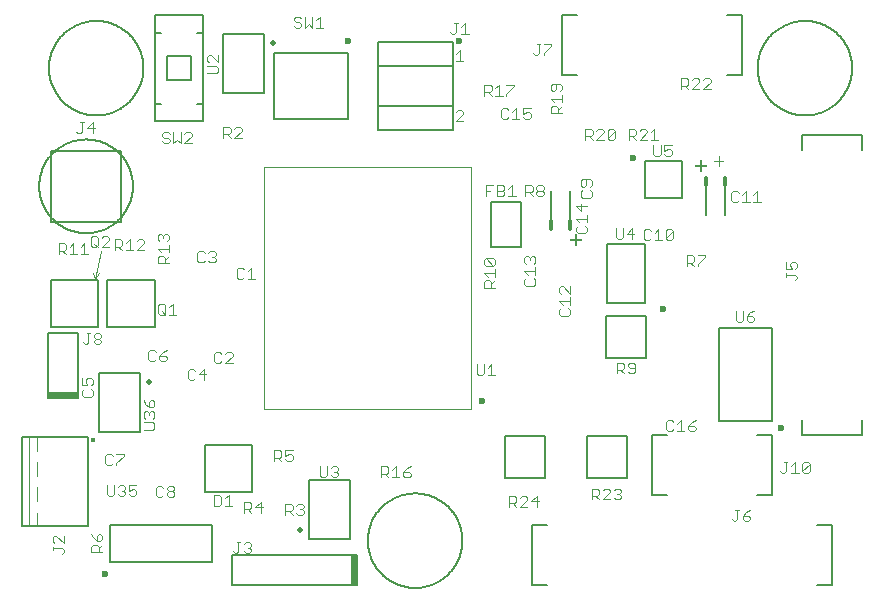
<source format=gto>
G04 Output by ViewMate Deluxe V11.12.18  PentaLogix*
G04 Wed Mar 06 15:41:31 2019*
%IPPOS*%
%FSLAX25Y25*%
%MOIN*%
%ADD10C,0.00394*%
%ADD11C,0.004*%
%ADD12C,0.003*%
%ADD13C,0.005*%
%ADD14R,0.00787X0.03937*%
%ADD15R,0.03937X0.00787*%
%ADD16C,0.012*%
%ADD17C,0.02362*%
%ADD18C,0.00197*%
%ADD19C,0.01575*%
%ADD20C,0.01969*%

%LPD*%
X0Y0D2*D10*G1X46156Y118544D2*X44281Y109169D1*X45531Y111044*X44281Y109169D2*X43656Y111044D1*X100457Y65690D2*Y146398D1*X169355*Y65690*X100457*D11*X81634Y177711D2*X84637D1*X85238Y178311*Y179512*X84637Y180113*X81634*X82235Y181394D2*X81634Y181995D1*Y183196*X82235Y183796*X82835*X85238Y181394*Y183796*X190240Y184595D2*X190840Y183994D1*X191441*X192041Y184595*X196325Y186997D2*Y187597D1*X193923*X191441D2*X192642D1*X192041Y184595D2*Y187597D1*X193923Y183994D2*Y184595D1*X196325Y186997*X250502Y148546D2*X253571D1*X252037Y147011D2*Y150081D1*X274603Y114896D2*Y112494D1*X276404*X275804Y113695*Y114296*X276404Y114896*X277606*X278206Y114296*Y113095*X277606Y112494*Y108811D2*X278206Y109411D1*Y110012*X277606Y110612*X274603*Y110012D2*Y111213D1*X219917Y78947D2*X220518Y79548D1*Y80749*X219917Y81349*X218116*Y77746*X219917Y78947D2*X218116D1*X220518Y77746D2*X219317Y78947D1*X221799Y78347D2*X222399Y77746D1*X223600*X224201Y78347*Y79548D2*X222399D1*X221799Y80148*Y80749*X222399Y81349*X223600*X224201Y80749*Y78347*X273207Y44494D2*X272606Y45095D1*X282374Y47497D2*X281774Y48097D1*X280573*X279972Y47497*Y45095*X280573Y44494*X281774*X282374Y45095*Y47497*X279972Y45095*X276289Y44494D2*X278691D1*X277490D2*Y48097D1*X276289Y46896*X275008Y48097D2*X273807D1*X274408D2*Y45095D1*X273807Y44494*X273207*X262508Y32097D2*X261307Y31497D1*X260106Y30296*Y29095*X260707Y28494*X261908*X262508Y29095*Y29695*X261908Y30296*X260106*X257624Y32097D2*X258825D1*X258224D2*Y29095D1*X257624Y28494*X257023*X256423Y29095*X218331Y37544D2*X218931D1*X215849Y35742D2*X213447D1*X217130Y36343D2*X217730Y35742D1*X218931*X219532Y36343*Y36943*X218931Y37544*X219532Y38144*Y38745*X218931Y39345*X217730*X217130Y38745*X213447D2*X214047Y39345D1*X215248*X215849Y38745*Y38144*X213447Y35742*X210964Y36943D2*X212165Y35742D1*X209763D2*Y39345D1*X211565*X212165Y38745*Y37544*X211565Y36943*X209763*X189630Y35044D2*X191431Y36845D1*Y33242*X189630Y35044D2*X192032D1*X185947Y33242D2*X188349D1*X185947Y36245D2*X186547Y36845D1*X187748*X188349Y36245*Y35644*X185947Y33242*X183464Y34443D2*X184665Y33242D1*X182263Y36845D2*X184065D1*X184665Y36245*Y35044*X184065Y34443*X182263*Y36845D2*Y33242D1*X123957Y45014D2*X124558D1*X122756Y43813D2*X123357Y43213D1*X124558*X125158Y43813*Y44414*X124558Y45014*X125158Y45615*Y46215*X124558Y46816*X123357*X122756Y46215*X121475Y46816D2*Y43813D1*X120874Y43213*X119673*X119073Y43813*Y46816*X60384Y58994D2*X63387D1*X63988Y59595*Y60796*X63387Y61396*X62186Y63879D2*Y64479D1*X62787Y65080D2*X62186Y64479D1*X61585Y65080*X60985*X60384Y64479*Y63278*X60985Y62678*X63387Y61396D2*X60384D1*X63387Y62678D2*X63988Y63278D1*Y64479*X63387Y65080*X62787*X62186Y66361D2*X63387D1*X63988Y66961*Y68162*X63387Y68763*X62787*X62186Y68162*Y66361*X60985Y67562*X60384Y68763*D12*X242607Y114678D2*X243842Y113444D1*Y116530D2*Y115296D1*X243224Y114678*X241373*Y113444D2*Y117147D1*X243224*X243842Y116530*X245056Y117147D2*X247525D1*Y116530*X245056Y114061*Y113444*X258383Y94959D2*X257766Y95576D1*Y98662*X263918D2*X262683Y98045D1*X261449Y96810*X263300*X263918Y96193*Y95576*X263300Y94959*X262066*X261449Y95576*Y96810*X260234Y98662D2*Y95576D1*X259617Y94959*X258383*X244366Y62147D2*X243132Y61530D1*X241898Y60296*Y59061D2*Y60296D1*X243749*X244366Y59678*Y59061*X243749Y58444*X242515*X241898Y59061*X234531D2*Y61530D1*X235148Y62147*X236383*X237000Y61530*X238214Y60913D2*X239449Y62147D1*Y58444*X238214D2*X240683D1*X237000Y59061D2*X236383Y58444D1*X235148*X234531Y59061*X90123Y18436D2*X90740Y17819D1*X91357*X91974Y18436*Y21522*X92592D2*X91357D1*X93806Y20905D2*X94423Y21522D1*X95658*X95040Y19671D2*X95658D1*X93806Y18436D2*X94423Y17819D1*X95658*X96275Y18436*Y19053*X95658Y19671*X96275Y20288*Y20905*X95658Y21522*X110025Y52147D2*X107556D1*Y50296*X108790Y50913*X109408*X110025Y50296*Y49061*X109408Y48444*X108173*X107556Y49061*X105107Y49678D2*X106342Y48444D1*X103873Y49678D2*X105724D1*X106342Y50296*Y51530*X105724Y52147*X103873*Y48444*X86278Y36688D2*X85660Y37305D1*X83809*Y33602*X85660*X86278Y34219*Y36688*X87492Y36070D2*X88726Y37305D1*Y33602*X89961D2*X87492D1*X95724Y32428D2*X96342Y33046D1*Y34280*X95724Y34897*X93873*Y31194*X95724Y32428D2*X93873D1*X96342Y31194D2*X95107Y32428D1*X99408Y31194D2*Y34897D1*X97556Y33046*X100025*X113158Y32421D2*X112540D1*X113775Y33655D2*X113158Y34272D1*X111923*X111306Y33655*X109474Y31803D2*X110092Y32421D1*Y33655*X109474Y34272*X107623*Y30569*X109474Y31803D2*X107623D1*X110092Y30569D2*X108857Y31803D1*X111306Y31186D2*X111923Y30569D1*X113158*X113775Y31186*Y31803*X113158Y32421*X113775Y33038*Y33655*X144449Y43069D2*Y46772D1*X143214Y45538*X141383Y44303D2*X142000Y44921D1*Y46155*X141383Y46772*X139531*Y43069*X141383Y44303D2*X139531D1*X142000Y43069D2*X140766Y44303D1*X145683Y43069D2*X143214D1*X146898Y44921D2*Y43686D1*X147515Y43069*X148749*X149366Y43686*Y44303*X148749Y44921*X146898*X148132Y46155*X149366Y46772*X171373Y80897D2*Y77811D1*X171990Y77194*X173224*X173842Y77811*Y80897*X175056Y79663D2*X176290Y80897D1*X175056Y77194D2*X177525D1*X176290Y80897D2*Y77194D1*X201889Y99388D2*X202506Y98771D1*Y97537*X201889Y96919*X199420*X198803Y97537*Y98771*X199420Y99388*X200037Y100603D2*X198803Y101837D1*X202506*Y103071D2*Y100603D1*Y106754D2*Y104286D1*X200037Y106754*X199420*X198803Y106137*X199420Y104286D2*X198803Y104903D1*Y106137*X190389Y109388D2*X191006Y108771D1*Y107537*X190389Y106919*X187920*X187303Y107537*Y108771*X187920Y109388*X187303Y111837D2*X188537Y110603D1*X187920Y114286D2*X187303Y114903D1*Y116137*X187920Y116754*X188537*X189154Y116137*Y115520D2*Y116137D1*X189772Y116754*X190389*X191006Y116137*Y114903*X190389Y114286*X191006Y110603D2*Y113071D1*X187303Y111837D2*X191006D1*X177506Y111212D2*X173803D1*X175037Y109978*X176272Y108146D2*X175654Y108763D1*X174420*X173803Y108146*Y106294*X177506*X176272Y108146D2*Y106294D1*X177506Y108763D2*X176272Y107529D1*X177506Y112446D2*Y109978D1*X176889Y113661D2*X174420D1*X173803Y114278*Y115512*X174420Y116129*X176889*X177506Y115512*Y114278*X176889Y113661*X174420Y116129*X166933Y161694D2*X164464D1*X166933Y164163*Y164780*X164464D2*X165082Y165397D1*X166316*X166933Y164780*X245683Y172444D2*X243214D1*X249366D2*X246898D1*X249366Y174913*Y175530*X248749Y176147*X247515*X246898Y175530*X243214D2*X243832Y176147D1*X245066*X245683Y175530*Y174913*X243214Y172444*X240766Y173678D2*X242000Y172444D1*X239531Y173678D2*X241383D1*X242000Y174296*Y175530*X241383Y176147*X239531*Y172444*X208891Y156803D2*X210125Y155569D1*X174531Y138671D2*X175766D1*X174531Y136819D2*Y140522D1*X177000*X178214D2*X180066D1*X180683Y139905*Y139288*X180066Y138671D2*X180683Y138053D1*Y137436*X180066Y136819*X178214*Y140522*Y138671D2*X180066D1*X180683Y139288*X181898D2*X183132Y140522D1*Y136819*X184366D2*X181898D1*X188857Y138053D2*X190092Y136819D1*Y138671D2*X189474Y138053D1*X187623*Y136819D2*Y140522D1*X189474*X190092Y139905*Y138671*X191923D2*X191306Y139288D1*Y139905*X191923Y140522*X193158*X193775Y139905*Y139288*X193158Y138671*X193775Y137436D2*Y138053D1*X193158Y138671*X191923*X191306Y138053*Y137436*X191923Y136819*X193158*X193775Y137436*X208131Y125037D2*Y126271D1*X207514Y126888*X206670Y136261D2*X206053Y136878D1*Y138113*X206670Y138730*X207904Y142413D2*Y140561D1*X207287Y139944*X206670*X206053Y140561*Y141796*X206670Y142413*X209139*X209756Y141796*Y140561*X209139Y139944*Y138730D2*X209756Y138113D1*Y136878*X209139Y136261*X206670*X206279Y131786D2*X204428Y133637D1*X208131*X206279Y131786D2*Y134254D1*X208131Y128103D2*Y130571D1*Y129337D2*X204428D1*X205662Y128103*X205045Y126888D2*X204428Y126271D1*Y125037*X205045Y124419*X207514*X208131Y125037*X220249Y123076D2*X219632Y122459D1*X218398*X217780Y123076*Y126162*X220249Y123076D2*Y126162D1*X223315Y122459D2*Y126162D1*X221464Y124310*X223932*X229500Y122811D2*X228883Y122194D1*X227648*X227031Y122811*Y125280*X227648Y125897*X228883*X229500Y125280*X230714Y124663D2*X231949Y125897D1*Y122194*X233183D2*X230714D1*X234398Y122811D2*Y125280D1*X235015Y125897*X236249*X236866Y125280*Y122811*X236249Y122194*X235015*X234398Y122811*X236866Y125280*X256306Y137905D2*X256923Y138522D1*X258158*X258775Y137905*X259989Y137288D2*X261224Y138522D1*Y134819*X263672Y137288D2*X264907Y138522D1*Y134819*X263672D2*X266141D1*X259989D2*X262458D1*X258775Y135436D2*X258158Y134819D1*X256923*X256306Y135436*Y137905*X233954Y153820D2*X236422D1*X233954Y150734D2*X234571Y150116D1*X235805*X236422Y150734*Y151968*X235805Y152585*X235188*X233954Y151968*Y153820*X232739D2*Y150734D1*X232122Y150116*X230888*X230271Y150734*Y153820*X224500Y155569D2*X223266Y156803D1*X229398Y158038D2*X230632Y159272D1*Y155569*X229398D2*X231866D1*X228183D2*X225714D1*X228183Y158038*Y158655*X227566Y159272*X226332*X225714Y158655*X222031Y159272D2*X223883D1*X224500Y158655*Y157421*X223883Y156803*X222031*Y159272D2*Y155569D1*X217491Y158655D2*X216874Y159272D1*X215640*X215023Y158655*Y156186*X215640Y155569*X216874*X217491Y156186*Y158655*X215023Y156186*X213808Y155569D2*X211339D1*X213808Y158038*Y158655*X213191Y159272*X211957*X211339Y158655*X207656Y155569D2*Y159272D1*Y156803D2*X209508D1*X210125Y157421*Y158655*X209508Y159272*X207656*X199756Y166888D2*X198522Y165654D1*X197904Y174254D2*Y172403D1*X197287Y171786*X196670*X196053Y172403*Y173637*X196670Y174254*X199139*X199756Y173637*Y172403*X199139Y171786*X199756Y168103D2*Y170571D1*Y169337D2*X196053D1*X197287Y168103*X196053Y166271D2*X196670Y166888D1*X197904*X198522Y166271*Y164419*X199756D2*X196053D1*Y166271*X186898Y166147D2*X189366D1*X186898Y163061D2*X187515Y162444D1*X188749*X189366Y163061*Y164296*X188749Y164913*X188132*X186898Y164296*Y166147*X180148D2*X181383D1*X182000Y165530*X183214Y164913D2*X184449Y166147D1*Y162444*X183214D2*X185683D1*X182000Y163061D2*X181383Y162444D1*X180148*X179531Y163061*Y165530*X180148Y166147*X177589Y172788D2*X178824Y174022D1*Y170319*X181273Y174022D2*X183741D1*Y173405*X181273Y170936*Y170319*X177589D2*X180058D1*X175141Y171553D2*X176375Y170319D1*X173906D2*Y174022D1*Y171553D2*X175758D1*X176375Y172171*Y173405*X175758Y174022*X173906*X164464Y184163D2*X165699Y185397D1*X166933Y181694D2*X164464D1*X165699Y185397D2*Y181694D1*X166306Y190801D2*X168775D1*X167540D2*Y194505D1*X166306Y193270*X163857Y194505D2*X165092D1*X164474D2*Y191419D1*X163857Y190801*X163240*X162623Y191419*X120321Y192947D2*X117852D1*X119087D2*Y196650D1*X117852Y195416*X116638Y196650D2*Y192947D1*X115404Y194181*X114169Y192947*Y196650*X112955Y196033D2*X112338Y196650D1*X111103*X110486Y196033*Y195416*X111103Y194799*X112338*X112955Y194181*Y193564*X112338Y192947*X111103*X110486Y193564*X37967Y158317D2*X38585Y157700D1*X39202*X39819Y158317*X39202Y161403D2*X40436D1*X39819Y158317D2*Y161403D1*X43502Y157700D2*Y161403D1*X41651Y159552*X44119*X90681Y156194D2*X93150D1*X90681Y159280D2*X91298Y159897D1*X92533*X93150Y159280*Y158663*X90681Y156194*X88232Y157428D2*X89467Y156194D1*X86998Y157428D2*X88849D1*X89467Y158046*Y159280*X88849Y159897*X86998*Y156194*X76394Y154452D2*X73925D1*X76394Y156921*Y157538*X75777Y158155*X74542*X73925Y157538*X72711Y158155D2*Y154452D1*X71476Y155686*X70242Y154452*Y158155*X69028Y157538D2*X68410Y158155D1*X67176*X66559Y157538*Y156921*X67176Y156304*X68410*X69028Y155686*Y155069*X68410Y154452*X67176*X66559Y155069*X65670Y121786D2*X65053Y122403D1*X66904Y123020D2*Y123637D1*X68139Y121786D2*X68756Y122403D1*Y123637*X68139Y124254*X67522*X66904Y123637*X66287Y124254*X65670*X65053Y123637*Y122403*X40632Y117444D2*Y121147D1*X39398Y119913*X36949Y117444D2*Y121147D1*X35714Y119913*X33883Y118678D2*X34500Y119296D1*Y120530*X33883Y121147*X32031*Y117444*X33883Y118678D2*X32031D1*X34500Y117444D2*X33266Y118678D1*X38183Y117444D2*X35714D1*X41866D2*X39398D1*X48839Y119787D2*X46370D1*X48839Y122255*X43921Y121021D2*X45156Y119787D1*Y122873D2*X44538Y123490D1*X43304*X42687Y122873*Y120404*X43304Y119787*X44538*X45156Y120404*Y122873*X46370D2*X46987Y123490D1*X48222*X48839Y122873*Y122255*X54464Y121163D2*X55699Y122397D1*X52633Y119928D2*X53250Y120546D1*Y121780*X52633Y122397*X50781*Y118694*X52633Y119928D2*X50781D1*X53250Y118694D2*X52016Y119928D1*X56933Y118694D2*X54464D1*X55699Y122397D2*Y118694D1*X58148Y121780D2*X58765Y122397D1*X59999*X60616Y121780*Y121163*X58148Y118694*X60616*X66287Y118103D2*X65053Y119337D1*X68756*Y118103D2*Y120571D1*X67522Y116271D2*X66904Y116888D1*X65670*X65053Y116271*Y114419*X68756*X67522Y116271D2*Y114419D1*X68756Y116888D2*X67522Y115654D1*X83783Y116546D2*X83165D1*X84400Y115311D2*Y115928D1*X83783Y116546*X84400Y117163*Y117780*X83783Y118397*X82548*X81931Y117780*X80717D2*X80099Y118397D1*X78865*X78248Y117780*Y115311*X78865Y114694*X80099*X80717Y115311*X81931D2*X82548Y114694D1*X83783*X84400Y115311*X91373Y109936D2*X91990Y109319D1*X93224*X93842Y109936*X95056Y109319D2*X97525D1*X96290D2*Y113022D1*X95056Y111788*X93842Y112405D2*X93224Y113022D1*X91990*X91373Y112405*Y109936*X70104Y97287D2*Y100990D1*X68870Y99755*X65804Y97287D2*X67038D1*X67656Y97904*Y100373*X67038Y100990*X65804*X65187Y100373*Y97904*X65804Y97287*X67656D2*X66421Y98521D1*X71339Y97287D2*X68870D1*X87556Y81194D2*X90025D1*X84490D2*X83873Y81811D1*Y84280*X84490Y84897*X85724*X86342Y84280*X87556D2*X88173Y84897D1*X89408*X90025Y84280*Y83663*X87556Y81194*X86342Y81811D2*X85724Y81194D1*X84490*X80658Y79272D2*Y75569D1*X75123Y78655D2*X75740Y79272D1*X76974*X77592Y78655*X80658Y79272D2*X78806Y77421D1*X81275*X77592Y76186D2*X76974Y75569D1*X75740*X75123Y76186*Y78655*X61998Y84905D2*X62615Y85522D1*X63849*X64467Y84905*X68150Y85522D2*X66915Y84905D1*X65681Y83671*Y82436D2*Y83671D1*X67533*X68150Y83053*Y82436*X67533Y81819*X66298*X65681Y82436*X64467D2*X63849Y81819D1*X62615*X61998Y82436*Y84905*X40740Y87444D2*X40123Y88061D1*X45658Y89296D2*X46275Y88678D1*Y88061*X45658Y87444*X44423*X43806Y88061*Y88678*X44423Y89296*X43806Y90530D2*Y89913D1*X44423Y89296*X45658*X46275Y89913*Y90530*X45658Y91147*X44423*X43806Y90530*X41357Y91147D2*X42592D1*X41974D2*Y88061D1*X41357Y87444*X40740*X39803Y73694D2*Y76163D1*X42889Y70011D2*X43506Y70628D1*Y71863*X42889Y72480*Y73694D2*X43506Y74311D1*Y75546*X42889Y76163*X41654*X41037Y75546*Y74928*X41654Y73694*X39803*X40420Y72480D2*X39803Y71863D1*Y70628*X40420Y70011*X42889*X53775Y50280D2*Y50897D1*X51306*X50092Y50280D2*X49474Y50897D1*X48240*X47623Y50280*Y47811*X48240Y47194*X49474*X50092Y47811*X51306Y47194D2*Y47811D1*X53775Y50280*X64498Y39655D2*X65115Y40272D1*X66349*X66967Y39655*X70033Y38421D2*X70650Y39038D1*Y39655*X70033Y40272*X68798*X68181Y39655*Y39038*X68798Y38421*X68181Y37186D2*X68798Y36569D1*X70033*X70650Y37186*Y37803*X70033Y38421*X68798*X68181Y37803*Y37186*X66967D2*X66349Y36569D1*X65115*X64498Y37186*Y39655*X55495Y40503D2*X57964D1*X55495Y37417D2*X56112Y36799D1*X57347*X57964Y37417*Y38651*X57347Y39268*X56729*X55495Y38651*Y40503*X51812Y39885D2*X52429Y40503D1*X53663*X54281Y39885*Y39268*X53663Y38651*X53046D2*X53663D1*X54281Y38034*Y37417*X53663Y36799*X52429*X51812Y37417*X48746Y36799D2*X49980D1*X50598Y37417*Y40503*X48129D2*Y37417D1*X48746Y36799*X45397Y19370D2*X46631Y20605D1*X44779D2*X43545D1*X42928Y19988*Y18136*X46631*X45397D2*Y19988D1*X44779Y20605*Y21819D2*X46014D1*X46631Y22436*Y23671*X46014Y24288*X45397*X44779Y23671*Y21819*X43545Y23053*X42928Y24288*X33761Y21194D2*Y23663D1*X30675Y21194D2*X30058Y21811D1*Y23046*X30675Y23663*X31292*X33761Y21194*X33144Y17511D2*X33761Y18128D1*Y18745*X33144Y19363*X30058*Y19980D2*Y18745D1*D13*X28843Y179459D2*X28848Y179073D1*X28862Y178686*X28886Y178301*X28919Y177915*X28961Y177531*X29013Y177148*X29075Y176767*X29146Y176387*X29226Y176009*X29315Y175633*X29413Y175259*X29521Y174888*X29638Y174519*X29764Y174154*X29898Y173791*X30042Y173433*X30194Y173077*X30355Y172726*X30525Y172379*X30703Y172035*X30889Y171697*X31083Y171363*X31286Y171034*X31497Y170710*X31716Y170391*X31942Y170078*X32176Y169770*X32418Y169469*X32666Y169173*X32923Y168883*X33186Y168600*X33455Y168323*X33732Y168054*X34015Y167791*X34305Y167534*X34601Y167286*X34902Y167044*X35210Y166810*X35523Y166584*X35842Y166365*X36166Y166154*X36495Y165951*X36829Y165757*X37167Y165571*X37511Y165393*X37858Y165223*X38209Y165062*X38565Y164910*X38923Y164766*X39286Y164632*X39651Y164506*X40020Y164389*X40391Y164281*X40765Y164183*X41141Y164094*X41519Y164014*X41899Y163943*X42280Y163881*X42663Y163829*X43047Y163787*X43433Y163754*X43818Y163730*X44205Y163716*X44591Y163711*X44977Y163716*X45364Y163730*X45749Y163754*X46135Y163787*X46519Y163829*X46902Y163881*X47283Y163943*X47663Y164014*X48041Y164094*X48417Y164183*X48791Y164281*X49162Y164389*X49531Y164506*X49896Y164632*X50259Y164766*X50617Y164910*X50973Y165062*X51324Y165223*X51671Y165393*X52015Y165571*X52353Y165757*X52687Y165951*X53016Y166154*X53340Y166365*X53659Y166584*X53972Y166810*X54280Y167044*X54581Y167286*X54877Y167534*X55167Y167791*X55450Y168054*X55727Y168323*X55996Y168600*X56259Y168883*X56516Y169173*X56764Y169469*X57006Y169770*X57240Y170078*X57466Y170391*X57685Y170710*X57896Y171034*X58099Y171363*X58293Y171697*X58479Y172035*X58657Y172379*X58827Y172726*X58988Y173077*X59140Y173433*X59284Y173791*X59418Y174154*X59544Y174519*X59661Y174888*X59769Y175259*X59867Y175633*X59956Y176009*X60036Y176387*X60107Y176767*X60169Y177148*X60221Y177531*X60263Y177915*X60296Y178301*X60320Y178686*X60334Y179073*X60339Y179459*X60334Y179845*X60320Y180232*X60296Y180617*X60263Y181003*X60221Y181387*X60169Y181770*X60107Y182151*X60036Y182531*X59956Y182909*X59867Y183285*X59769Y183659*X59661Y184030*X59544Y184399*X59418Y184764*X59284Y185127*X59140Y185485*X58988Y185841*X58827Y186192*X58657Y186539*X58479Y186883*X58293Y187221*X58099Y187555*X57896Y187884*X57685Y188208*X57466Y188527*X57240Y188840*X57006Y189148*X56764Y189449*X56516Y189745*X56259Y190035*X55996Y190318*X55727Y190595*X55450Y190864*X55167Y191127*X54877Y191384*X54581Y191632*X54280Y191874*X53972Y192108*X53659Y192334*X53340Y192553*X53016Y192764*X52687Y192967*X52353Y193161*X52015Y193347*X51671Y193525*X51324Y193695*X50973Y193856*X50617Y194008*X50259Y194152*X49896Y194286*X49531Y194412*X49162Y194529*X48791Y194637*X48417Y194735*X48041Y194824*X47663Y194904*X47283Y194975*X46902Y195037*X46519Y195089*X46135Y195131*X45749Y195164*X45364Y195188*X44977Y195202*X44591Y195207*X44205Y195202*X43818Y195188*X43433Y195164*X43047Y195131*X42663Y195089*X42280Y195037*X41899Y194975*X41519Y194904*X41141Y194824*X40765Y194735*X40391Y194637*X40020Y194529*X39651Y194412*X39286Y194286*X38923Y194152*X38565Y194008*X38209Y193856*X37858Y193695*X37511Y193525*X37167Y193347*X36829Y193161*X36495Y192967*X36166Y192764*X35842Y192553*X35523Y192334*X35210Y192108*X34902Y191874*X34601Y191632*X34305Y191384*X34015Y191127*X33732Y190864*X33455Y190595*X33186Y190318*X32923Y190035*X32666Y189745*X32418Y189449*X32176Y189148*X31942Y188840*X31716Y188527*X31497Y188208*X31286Y187884*X31083Y187555*X30889Y187221*X30703Y186883*X30525Y186539*X30355Y186192*X30194Y185841*X30042Y185485*X29898Y185127*X29764Y184764*X29638Y184399*X29521Y184030*X29413Y183659*X29315Y183285*X29226Y182909*X29146Y182531*X29075Y182151*X29013Y181770*X28961Y181387*X28919Y181003*X28886Y180617*X28862Y180232*X28848Y179845*X28843Y179459*X80024Y191270D2*X78056D1*X86766Y171202D2*Y190887D1*X100546*Y171202*X86766*X68213Y175522D2*X76087D1*Y183396*X68213*Y175522*X66245Y167648D2*X64276D1*Y161743D2*Y167648D1*Y191270*X66245D2*X64276D1*Y197176*X80024*Y191270*Y167648*X78056D2*X80024D1*Y161743*X64276*X25595Y140089D2*X25600Y139706D1*X25614Y139323*X25637Y138941*X25670Y138559*X25712Y138178*X25764Y137799*X25825Y137420*X25895Y137044*X25974Y136669*X26063Y136296*X26160Y135926*X26267Y135558*X26383Y135192*X26507Y134830*X26641Y134471*X26783Y134115*X26934Y133763*X27094Y133415*X27262Y133071*X27438Y132730*X27623Y132395*X27816Y132064*X28017Y131738*X28226Y131417*X28443Y131101*X28667Y130790*X28899Y130485*X29138Y130186*X29385Y129893*X29639Y129606*X29900Y129325*X30167Y129051*X30441Y128784*X30722Y128523*X31009Y128269*X31302Y128022*X31601Y127783*X31906Y127551*X32217Y127327*X32533Y127110*X32854Y126901*X33180Y126700*X33511Y126507*X33846Y126322*X34187Y126146*X34531Y125978*X34879Y125818*X35231Y125667*X35587Y125525*X35946Y125391*X36308Y125267*X36674Y125151*X37042Y125044*X37412Y124947*X37785Y124858*X38160Y124779*X38536Y124709*X38915Y124648*X39294Y124596*X39675Y124554*X40057Y124521*X40439Y124498*X40822Y124484*X41205Y124479*X41588Y124484*X41971Y124498*X42353Y124521*X42735Y124554*X43116Y124596*X43495Y124648*X43874Y124709*X44250Y124779*X44625Y124858*X44998Y124947*X45368Y125044*X45736Y125151*X46102Y125267*X46464Y125391*X46823Y125525*X47179Y125667*X47531Y125818*X47879Y125978*X48223Y126146*X48564Y126322*X48899Y126507*X49230Y126700*X49556Y126901*X49877Y127110*X50193Y127327*X50504Y127551*X50809Y127783*X51108Y128022*X51401Y128269*X51688Y128523*X51969Y128784*X52243Y129051*X52510Y129325*X52771Y129606*X53025Y129893*X53272Y130186*X53511Y130485*X53743Y130790*X53967Y131101*X54184Y131417*X54393Y131738*X54594Y132064*X54787Y132395*X54972Y132730*X55148Y133071*X55316Y133415*X55476Y133763*X55627Y134115*X55769Y134471*X55903Y134830*X56027Y135192*X56143Y135558*X56250Y135926*X56347Y136296*X56436Y136669*X56515Y137044*X56585Y137420*X56646Y137799*X56698Y138178*X56740Y138559*X56773Y138941*X56796Y139323*X56810Y139706*X56815Y140089*X56810Y140472*X56796Y140855*X56773Y141237*X56740Y141619*X56698Y142000*X56646Y142379*X56585Y142758*X56515Y143134*X56436Y143509*X56347Y143882*X56250Y144252*X56143Y144620*X56027Y144986*X55903Y145348*X55769Y145707*X55627Y146063*X55476Y146415*X55316Y146763*X55148Y147107*X54972Y147448*X54787Y147783*X54594Y148114*X54393Y148440*X54184Y148761*X53967Y149077*X53743Y149388*X53511Y149693*X53272Y149992*X53025Y150285*X52771Y150572*X52510Y150853*X52243Y151127*X51969Y151394*X51688Y151655*X51401Y151909*X51108Y152156*X50809Y152395*X50504Y152627*X50193Y152851*X49877Y153068*X49556Y153277*X49230Y153478*X48899Y153671*X48564Y153856*X48223Y154032*X47879Y154200*X47531Y154360*X47179Y154511*X46823Y154653*X46464Y154787*X46102Y154911*X45736Y155027*X45368Y155134*X44998Y155231*X44625Y155320*X44250Y155399*X43874Y155469*X43495Y155530*X43116Y155582*X42735Y155624*X42353Y155657*X41971Y155680*X41588Y155694*X41205Y155699*X40822Y155694*X40439Y155680*X40057Y155657*X39675Y155624*X39294Y155582*X38915Y155530*X38536Y155469*X38160Y155399*X37785Y155320*X37412Y155231*X37042Y155134*X36674Y155027*X36308Y154911*X35946Y154787*X35587Y154653*X35231Y154511*X34879Y154360*X34531Y154200*X34187Y154032*X33846Y153856*X33511Y153671*X33180Y153478*X32854Y153277*X32533Y153068*X32217Y152851*X31906Y152627*X31601Y152395*X31302Y152156*X31009Y151909*X30722Y151655*X30441Y151394*X30167Y151127*X29900Y150853*X29639Y150572*X29385Y150285*X29138Y149992*X28899Y149693*X28667Y149388*X28443Y149077*X28226Y148761*X28017Y148440*X27816Y148114*X27623Y147783*X27438Y147448*X27262Y147107*X27094Y146763*X26934Y146415*X26783Y146063*X26641Y145707*X26507Y145348*X26383Y144986*X26267Y144620*X26160Y144252*X26063Y143882*X25974Y143509*X25895Y143134*X25825Y142758*X25764Y142379*X25712Y142000*X25670Y141619*X25637Y141237*X25614Y140855*X25600Y140472*X25595Y140089*X53016Y128278D2*Y151900D1*X29394*Y128278*X53016*X48282Y93170D2*X64030D1*Y108918*X48282*Y93170*X29532D2*X45280D1*Y108918*X29532*Y93170*X28656Y71044D2*X38656D1*Y91044*X28656*Y71044*X38656Y70590D2*X28656D1*Y70092D2*X38656D1*Y69593D2*X28656D1*X38656Y69544D2*Y71044D1*X28656*Y69544*X38656*X45516Y58077D2*Y77762D1*X59296*Y58077*X45516*X41835Y26900D2*Y56428D1*X24906*X22150*X19788*Y26900*X22150*X24906*X41835*X83184Y27221D2*Y14867D1*X49128*Y27221*X83184*X96530Y38170D2*X80782D1*Y53918*X96530*Y38170*X131406Y7778D2*X129906D1*Y8276D2*X131406D1*Y8775D2*X129906D1*Y9273D2*X131406D1*Y9772D2*X129906D1*Y10270D2*X131406D1*Y10769D2*X129906D1*Y11267D2*X131406D1*Y11766D2*X129906D1*Y12264D2*X131406D1*Y12763D2*X129906D1*Y13261D2*X131406D1*Y13760D2*X129906D1*Y14258D2*X131406D1*Y14757D2*X129906D1*Y15255D2*X131406D1*Y15754D2*X129906D1*Y16252D2*X131406D1*Y16751D2*X129906D1*Y17249D2*X131406D1*X129906Y17294D2*Y7294D1*X89906*Y17294*X129906*X131406*Y7294*X129906*Y17294*X129296Y22452D2*X115516D1*Y42137*X129296*Y22452*X135142Y21979D2*X135147Y21593D1*X135161Y21206*X135185Y20821*X135218Y20435*X135260Y20051*X135312Y19668*X135374Y19287*X135445Y18907*X135525Y18529*X135614Y18153*X135712Y17779*X135820Y17408*X135937Y17039*X136063Y16674*X136197Y16311*X136341Y15953*X136493Y15597*X136654Y15246*X136824Y14899*X137002Y14555*X137188Y14217*X137382Y13883*X137585Y13554*X137796Y13230*X138015Y12911*X138241Y12598*X138475Y12290*X138717Y11989*X138965Y11693*X139222Y11403*X139485Y11120*X139754Y10843*X140031Y10574*X140314Y10311*X140604Y10054*X140900Y9806*X141201Y9564*X141509Y9330*X141822Y9104*X142141Y8885*X142465Y8674*X142794Y8471*X143128Y8277*X143466Y8091*X143810Y7913*X144157Y7743*X144508Y7582*X144864Y7430*X145222Y7286*X145585Y7152*X145950Y7026*X146319Y6909*X146690Y6801*X147064Y6703*X147440Y6614*X147818Y6534*X148198Y6463*X148579Y6401*X148962Y6349*X149346Y6307*X149732Y6274*X150117Y6250*X150504Y6236*X150890Y6231*X151276Y6236*X151663Y6250*X152048Y6274*X152434Y6307*X152818Y6349*X153201Y6401*X153582Y6463*X153962Y6534*X154340Y6614*X154716Y6703*X155090Y6801*X155461Y6909*X155830Y7026*X156195Y7152*X156558Y7286*X156916Y7430*X157272Y7582*X157623Y7743*X157970Y7913*X158314Y8091*X158652Y8277*X158986Y8471*X159315Y8674*X159639Y8885*X159958Y9104*X160271Y9330*X160579Y9564*X160880Y9806*X161176Y10054*X161466Y10311*X161749Y10574*X162026Y10843*X162295Y11120*X162558Y11403*X162815Y11693*X163063Y11989*X163305Y12290*X163539Y12598*X163765Y12911*X163984Y13230*X164195Y13554*X164398Y13883*X164592Y14217*X164778Y14555*X164956Y14899*X165126Y15246*X165287Y15597*X165439Y15953*X165583Y16311*X165717Y16674*X165843Y17039*X165960Y17408*X166068Y17779*X166166Y18153*X166255Y18529*X166335Y18907*X166406Y19287*X166468Y19668*X166520Y20051*X166562Y20435*X166595Y20821*X166619Y21206*X166633Y21593*X166638Y21979*X166633Y22365*X166619Y22752*X166595Y23137*X166562Y23523*X166520Y23907*X166468Y24290*X166406Y24671*X166335Y25051*X166255Y25429*X166166Y25805*X166068Y26179*X165960Y26550*X165843Y26919*X165717Y27284*X165583Y27647*X165439Y28005*X165287Y28361*X165126Y28712*X164956Y29059*X164778Y29403*X164592Y29741*X164398Y30075*X164195Y30404*X163984Y30728*X163765Y31047*X163539Y31360*X163305Y31668*X163063Y31969*X162815Y32265*X162558Y32555*X162295Y32838*X162026Y33115*X161749Y33384*X161466Y33647*X161176Y33904*X160880Y34152*X160579Y34394*X160271Y34628*X159958Y34854*X159639Y35073*X159315Y35284*X158986Y35487*X158652Y35681*X158314Y35867*X157970Y36045*X157623Y36215*X157272Y36376*X156916Y36528*X156558Y36672*X156195Y36806*X155830Y36932*X155461Y37049*X155090Y37157*X154716Y37255*X154340Y37344*X153962Y37424*X153582Y37495*X153201Y37557*X152818Y37609*X152434Y37651*X152048Y37684*X151663Y37708*X151276Y37722*X150890Y37727*X150504Y37722*X150117Y37708*X149732Y37684*X149346Y37651*X148962Y37609*X148579Y37557*X148198Y37495*X147818Y37424*X147440Y37344*X147064Y37255*X146690Y37157*X146319Y37049*X145950Y36932*X145585Y36806*X145222Y36672*X144864Y36528*X144508Y36376*X144157Y36215*X143810Y36045*X143466Y35867*X143128Y35681*X142794Y35487*X142465Y35284*X142141Y35073*X141822Y34854*X141509Y34628*X141201Y34394*X140900Y34152*X140604Y33904*X140314Y33647*X140031Y33384*X139754Y33115*X139485Y32838*X139222Y32555*X138965Y32265*X138717Y31969*X138475Y31668*X138241Y31360*X138015Y31047*X137796Y30728*X137585Y30404*X137382Y30075*X137188Y29741*X137002Y29403*X136824Y29059*X136654Y28712*X136493Y28361*X136341Y28005*X136197Y27647*X136063Y27284*X135937Y26919*X135820Y26550*X135712Y26179*X135614Y25805*X135525Y25429*X135445Y25051*X135374Y24671*X135312Y24290*X135260Y23907*X135218Y23523*X135185Y23137*X135161Y22752*X135147Y22365*X135142Y21979*X194906Y7294D2*X189906D1*Y27294*X194906*X194099Y56806D2*X180713D1*Y42782*X194099*Y56806*X221599D2*X208213D1*Y42782*X221599*Y56806*X234906Y57294D2*X229906D1*Y37294*X234906*X284906Y7294D2*X289906D1*Y27294*X284906*X264906Y37294D2*X269906D1*Y57294*X264906*X299906Y62294D2*Y57294D1*X279906*Y62294*X252298Y92845D2*X270014D1*Y61743*X252298*Y92845*X227849Y96806D2*X214463D1*Y82782*X227849*Y96806*X299906Y152294D2*Y157294D1*X279906*Y152294*X265064Y179459D2*X265069Y179073D1*X265083Y178686*X265107Y178301*X265140Y177915*X265182Y177531*X265234Y177148*X265296Y176767*X265367Y176387*X265447Y176009*X265536Y175633*X265634Y175259*X265742Y174888*X265859Y174519*X265985Y174154*X266119Y173791*X266263Y173433*X266415Y173077*X266576Y172726*X266746Y172379*X266924Y172035*X267110Y171697*X267304Y171363*X267507Y171034*X267718Y170710*X267937Y170391*X268163Y170078*X268397Y169770*X268639Y169469*X268887Y169173*X269144Y168883*X269407Y168600*X269676Y168323*X269953Y168054*X270236Y167791*X270526Y167534*X270822Y167286*X271123Y167044*X271431Y166810*X271744Y166584*X272063Y166365*X272387Y166154*X272716Y165951*X273050Y165757*X273388Y165571*X273732Y165393*X274079Y165223*X274430Y165062*X274786Y164910*X275144Y164766*X275507Y164632*X275872Y164506*X276241Y164389*X276612Y164281*X276986Y164183*X277362Y164094*X277740Y164014*X278120Y163943*X278501Y163881*X278884Y163829*X279268Y163787*X279654Y163754*X280039Y163730*X280426Y163716*X280812Y163711*X281198Y163716*X281585Y163730*X281970Y163754*X282356Y163787*X282740Y163829*X283123Y163881*X283504Y163943*X283884Y164014*X284262Y164094*X284638Y164183*X285012Y164281*X285383Y164389*X285752Y164506*X286117Y164632*X286480Y164766*X286838Y164910*X287194Y165062*X287545Y165223*X287892Y165393*X288236Y165571*X288574Y165757*X288908Y165951*X289237Y166154*X289561Y166365*X289880Y166584*X290193Y166810*X290501Y167044*X290802Y167286*X291098Y167534*X291388Y167791*X291671Y168054*X291948Y168323*X292217Y168600*X292480Y168883*X292737Y169173*X292985Y169469*X293227Y169770*X293461Y170078*X293687Y170391*X293906Y170710*X294117Y171034*X294320Y171363*X294514Y171697*X294700Y172035*X294878Y172379*X295048Y172726*X295209Y173077*X295361Y173433*X295505Y173791*X295639Y174154*X295765Y174519*X295882Y174888*X295990Y175259*X296088Y175633*X296177Y176009*X296257Y176387*X296328Y176767*X296390Y177148*X296442Y177531*X296484Y177915*X296517Y178301*X296541Y178686*X296555Y179073*X296560Y179459*X296555Y179845*X296541Y180232*X296517Y180617*X296484Y181003*X296442Y181387*X296390Y181770*X296328Y182151*X296257Y182531*X296177Y182909*X296088Y183285*X295990Y183659*X295882Y184030*X295765Y184399*X295639Y184764*X295505Y185127*X295361Y185485*X295209Y185841*X295048Y186192*X294878Y186539*X294700Y186883*X294514Y187221*X294320Y187555*X294117Y187884*X293906Y188208*X293687Y188527*X293461Y188840*X293227Y189148*X292985Y189449*X292737Y189745*X292480Y190035*X292217Y190318*X291948Y190595*X291671Y190864*X291388Y191127*X291098Y191384*X290802Y191632*X290501Y191874*X290193Y192108*X289880Y192334*X289561Y192553*X289237Y192764*X288908Y192967*X288574Y193161*X288236Y193347*X287892Y193525*X287545Y193695*X287194Y193856*X286838Y194008*X286480Y194152*X286117Y194286*X285752Y194412*X285383Y194529*X285012Y194637*X284638Y194735*X284262Y194824*X283884Y194904*X283504Y194975*X283123Y195037*X282740Y195089*X282356Y195131*X281970Y195164*X281585Y195188*X281198Y195202*X280812Y195207*X280426Y195202*X280039Y195188*X279654Y195164*X279268Y195131*X278884Y195089*X278501Y195037*X278120Y194975*X277740Y194904*X277362Y194824*X276986Y194735*X276612Y194637*X276241Y194529*X275872Y194412*X275507Y194286*X275144Y194152*X274786Y194008*X274430Y193856*X274079Y193695*X273732Y193525*X273388Y193347*X273050Y193161*X272716Y192967*X272387Y192764*X272063Y192553*X271744Y192334*X271431Y192108*X271123Y191874*X270822Y191632*X270526Y191384*X270236Y191127*X269953Y190864*X269676Y190595*X269407Y190318*X269144Y190035*X268887Y189745*X268639Y189449*X268397Y189148*X268163Y188840*X267937Y188527*X267718Y188208*X267507Y187884*X267304Y187555*X267110Y187221*X266924Y186883*X266746Y186539*X266576Y186192*X266415Y185841*X266263Y185485*X266119Y185127*X265985Y184764*X265859Y184399*X265742Y184030*X265634Y183659*X265536Y183285*X265447Y182909*X265367Y182531*X265296Y182151*X265234Y181770*X265182Y181387*X265140Y181003*X265107Y180617*X265083Y180232*X265069Y179845*X265064Y179459*X254906Y177294D2*X259906D1*Y197294*X254906*X204906D2*X199906D1*Y177294*X204906*X138656Y180237D2*X163656D1*X128361Y162603D2*X103951D1*Y184485*X128361*Y162603*X163656Y166851D2*X138656D1*X163656Y158977D2*X138656D1*Y188111*X163656*Y158977*X186156Y134794D2*X176156D1*Y119794*X186156*Y134794*X196131Y128593D2*Y138593D1*X202431D2*Y128593D1*X239758Y136192D2*X227554D1*Y148396*X239758*Y136192*X254306Y140370D2*Y130370D1*X248006D2*Y140370D1*X227530Y120887D2*Y101202D1*X214782*Y120887*X227530*D16*X254306Y142968D2*Y140370D1*X248006D2*Y142968D1*X196131Y128593D2*Y125995D1*X202431D2*Y128593D1*D18*X22150Y56428D2*Y26900D1*X24906Y51999D2*Y56428D1*Y43633D2*Y48062D1*Y35267D2*Y39696D1*Y26900D2*Y31330D1*D14*X246038Y146886D3*X204399Y122078D3*D15*X204399Y122078D3*X246038Y146886D3*D17*X47554Y10930D3*X173292Y68643D3*X272697Y59627D3*X233436Y99233D3*X128361Y188422D3*X165625Y188402D3*X223443Y149578D3*D19*X43607Y55444D3*D20*X103499Y187934D3*X112564Y25404D3*X62249Y74809D3*X0Y0D2*M02*
</source>
